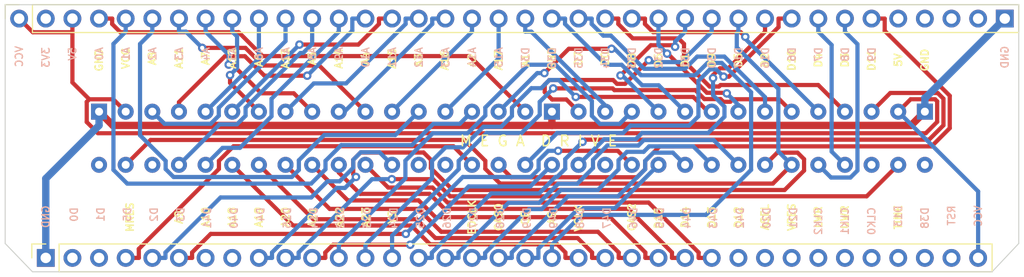
<source format=kicad_pcb>
(kicad_pcb (version 20221018) (generator pcbnew)
  (title_block (title "OSCR MEGADRIVE ADAPTER") (date "2021-11-22") (rev "V2"))
  (layers (0 "F.Cu" signal) (31 "B.Cu" signal) (34 "B.Paste" user) (35 "F.Paste" user) (36 "B.SilkS" user "B.Silkscreen") (37 "F.SilkS" user "F.Silkscreen") (38 "B.Mask" user) (39 "F.Mask" user) (44 "Edge.Cuts" user))
  (net 0 "")
  (net 1 "D50")
  (net 2 "D51")
  (net 3 "D28")
  (net 4 "D52")
  (net 5 "D26")
  (net 6 "D27")
  (net 7 "D24")
  (net 8 "D25")
  (net 9 "D22")
  (net 10 "D23")
  (net 11 "D53")
  (net 12 "+3V3")
  (net 13 "D9")
  (net 14 "D8")
  (net 15 "D7")
  (net 16 "D6")
  (net 17 "D16")
  (net 18 "D17")
  (net 19 "D30")
  (net 20 "D31")
  (net 21 "D32")
  (net 22 "D33")
  (net 23 "D34")
  (net 24 "D36")
  (net 25 "D37")
  (net 26 "VCC")
  (net 27 "D0")
  (net 28 "D1")
  (net 29 "D5")
  (net 30 "D2")
  (net 31 "D3")
  (net 32 "GND")
  (net 33 "D46")
  (net 34 "D47")
  (net 35 "D44")
  (net 36 "D45")
  (net 37 "D42")
  (net 38 "D43")
  (net 39 "D41")
  (net 40 "D40")
  (net 41 "D4")
  (net 42 "D15")
  (net 43 "D14")
  (net 44 "D29")
  (net 45 "D20")
  (net 46 "D21")
  (net 47 "A14")
  (net 48 "A15")
  (net 49 "A12")
  (net 50 "A13")
  (net 51 "A10")
  (net 52 "A11")
  (net 53 "A8")
  (net 54 "A9")
  (net 55 "A6")
  (net 56 "A7")
  (net 57 "A4")
  (net 58 "A5")
  (net 59 "A2")
  (net 60 "A3")
  (net 61 "A0")
  (net 62 "A1")
  (net 63 "D35")
  (net 64 "CLK2")
  (net 65 "CLK1")
  (net 66 "D13")
  (net 67 "D38")
  (net 68 "D49")
  (net 69 "D48")
  (net 70 "RESET")
  (net 72 "CLK0")
  (footprint "Connector_PinSocket_2.54mm:PinSocket_1x36_P2.54mm_Vertical" (layer "F.Cu") (at 105.1 104.255 90)
    (fp_text reference "J2" hide)
    (fp_text value "CART SLOT BOTTOM ROW" hide)
  )
  (footprint "Connector_PinSocket_2.54mm:PinSocket_1x38_P2.54mm_Vertical" (layer "F.Cu") (at 102.56 81.395 90)
    (fp_text reference "J1" hide)
    (fp_text value "CART SLOT TOP ROW" hide)
  )
  (footprint "!sanni:MD_Slot" (layer "F.Cu") (at 149.55 92.825 90)
    (fp_text reference "U1" hide)
    (fp_text value "MD_Slot" hide)
  )
  (gr_line (start 101.23 80.07) (end 101.23 102.88) (stroke (width 0.1)) (layer "Edge.Cuts"))
  (gr_line (start 197.87 80.07) (end 101.23 80.07) (stroke (width 0.1)) (layer "Edge.Cuts"))
  (gr_line (start 195.33 105.58) (end 197.87 102.88) (stroke (width 0.1)) (layer "Edge.Cuts"))
  (gr_line (start 103.83 105.58) (end 195.33 105.58) (stroke (width 0.1)) (layer "Edge.Cuts"))
  (gr_line (start 197.87 102.88) (end 197.87 80.07) (stroke (width 0.1)) (layer "Edge.Cuts"))
  (gr_line (start 101.23 102.88) (end 103.83 105.58) (stroke (width 0.1)) (layer "Edge.Cuts"))
  (gr_text "D43" (at 168.76 99.345 90) (layer "B.SilkS") (effects (font (size 0.7 0.7) (thickness 0.125)) (justify left mirror)))
  (gr_text "D3" (at 117.96 99.345 90) (layer "B.SilkS") (effects (font (size 0.7 0.7) (thickness 0.125)) (justify left mirror)))
  (gr_text "D1" (at 110.34 99.345 90) (layer "B.SilkS") (effects (font (size 0.7 0.7) (thickness 0.125)) (justify left mirror)))
  (gr_text "D9" (at 183.86 84.055 90) (layer "B.SilkS") (effects (font (size 0.7 0.7) (thickness 0.125)) (justify left mirror)))
  (gr_text "A6" (at 125.44 84.055 90) (layer "B.SilkS") (effects (font (size 0.7 0.7) (thickness 0.125)) (justify left mirror)))
  (gr_text "D48" (at 156.06 99.345 90) (layer "B.SilkS") (effects (font (size 0.7 0.7) (thickness 0.125)) (justify left mirror)))
  (gr_text "VCC" (at 194 99.175 90) (layer "B.SilkS") (effects (font (size 0.7 0.7) (thickness 0.125)) (justify left mirror)))
  (gr_text "A4" (at 120.36 84.055 90) (layer "B.SilkS") (effects (font (size 0.7 0.7) (thickness 0.125)) (justify left mirror)))
  (gr_text "A2" (at 115.28 84.055 90) (layer "B.SilkS") (effects (font (size 0.7 0.7) (thickness 0.125)) (justify left mirror)))
  (gr_text "D31" (at 166.08 84.055 90) (layer "B.SilkS") (effects (font (size 0.7 0.7) (thickness 0.125)) (justify left mirror)))
  (gr_text "D23" (at 135.74 99.345 90) (layer "B.SilkS") (effects (font (size 0.7 0.7) (thickness 0.125)) (justify left mirror)))
  (gr_text "D7" (at 178.78 84.055 90) (layer "B.SilkS") (effects (font (size 0.7 0.7) (thickness 0.125)) (justify left mirror)))
  (gr_text "D49" (at 153.52 99.345 90) (layer "B.SilkS") (effects (font (size 0.7 0.7) (thickness 0.125)) (justify left mirror)))
  (gr_text "D38" (at 188.92 99.345 90) (layer "B.SilkS") (effects (font (size 0.7 0.7) (thickness 0.125)) (justify left mirror)))
  (gr_text "A10" (at 135.6 84.055 90) (layer "B.SilkS") (effects (font (size 0.7 0.7) (thickness 0.125)) (justify left mirror)))
  (gr_text "D37" (at 150.84 84.055 90) (layer "B.SilkS") (effects (font (size 0.7 0.7) (thickness 0.125)) (justify left mirror)))
  (gr_text "D4" (at 125.58 99.345 90) (layer "B.SilkS") (effects (font (size 0.7 0.7) (thickness 0.125)) (justify left mirror)))
  (gr_text "D32" (at 163.54 84.055 90) (layer "B.SilkS") (effects (font (size 0.7 0.7) (thickness 0.125)) (justify left mirror)))
  (gr_text "D8" (at 181.32 84.055 90) (layer "B.SilkS") (effects (font (size 0.7 0.7) (thickness 0.125)) (justify left mirror)))
  (gr_text "D30" (at 168.62 84.055 90) (layer "B.SilkS") (effects (font (size 0.7 0.7) (thickness 0.125)) (justify left mirror)))
  (gr_text "D29" (at 150.98 99.345 90) (layer "B.SilkS") (effects (font (size 0.7 0.7) (thickness 0.125)) (justify left mirror)))
  (gr_text "RST" (at 191.46 99.175 90) (layer "B.SilkS") (effects (font (size 0.7 0.7) (thickness 0.125)) (justify left mirror)))
  (gr_text "A14" (at 145.76 84.055 90) (layer "B.SilkS") (effects (font (size 0.7 0.7) (thickness 0.125)) (justify left mirror)))
  (gr_text "D2" (at 115.42 99.345 90) (layer "B.SilkS") (effects (font (size 0.7 0.7) (thickness 0.125)) (justify left mirror)))
  (gr_text "CLK2" (at 178.76 99.345 90) (layer "B.SilkS") (effects (font (size 0.7 0.7) (thickness 0.125)) (justify left mirror)))
  (gr_text "D14" (at 130.66 99.345 90) (layer "B.SilkS") (effects (font (size 0.7 0.7) (thickness 0.125)) (justify left mirror)))
  (gr_text "3V3" (at 105.1 84.055 90) (layer "B.SilkS") (effects (font (size 0.7 0.7) (thickness 0.125)) (justify left mirror)))
  (gr_text "D47" (at 158.6 99.345 90) (layer "B.SilkS") (effects (font (size 0.7 0.7) (thickness 0.125)) (justify left mirror)))
  (gr_text "D6" (at 176.24 84.055 90) (layer "B.SilkS") (effects (font (size 0.7 0.7) (thickness 0.125)) (justify left mirror)))
  (gr_text "A0" (at 110.2 84.055 90) (layer "B.SilkS") (effects (font (size 0.7 0.7) (thickness 0.125)) (justify left mirror)))
  (gr_text "D40" (at 123.04 99.345 90) (layer "B.SilkS") (effects (font (size 0.7 0.7) (thickness 0.125)) (justify left mirror)))
  (gr_text "A5" (at 122.9 84.055 90) (layer "B.SilkS") (effects (font (size 0.7 0.7) (thickness 0.125)) (justify left mirror)))
  (gr_text "CLK1" (at 181.3 99.345 90) (layer "B.SilkS") (effects (font (size 0.7 0.7) (thickness 0.125)) (justify left mirror)))
  (gr_text "A1" (at 112.74 84.055 90) (layer "B.SilkS") (effects (font (size 0.7 0.7) (thickness 0.125)) (justify left mirror)))
  (gr_text "D24" (at 138.28 99.345 90) (layer "B.SilkS") (effects (font (size 0.7 0.7) (thickness 0.125)) (justify left mirror)))
  (gr_text "D44" (at 166.22 99.345 90) (layer "B.SilkS") (effects (font (size 0.7 0.7) (thickness 0.125)) (justify left mirror)))
  (gr_text "D22" (at 133.2 99.345 90) (layer "B.SilkS") (effects (font (size 0.7 0.7) (thickness 0.125)) (justify left mirror)))
  (gr_text "A12" (at 140.68 84.055 90) (layer "B.SilkS") (effects (font (size 0.7 0.7) (thickness 0.125)) (justify left mirror)))
  (gr_text "D26" (at 143.36 99.345 90) (layer "B.SilkS") (effects (font (size 0.7 0.7) (thickness 0.125)) (justify left mirror)))
  (gr_text "D42" (at 171.3 99.345 90) (layer "B.SilkS") (effects (font (size 0.7 0.7) (thickness 0.125)) (justify left mirror)))
  (gr_text "VCC" (at 102.56 83.935 90) (layer "B.SilkS") (effects (font (size 0.7 0.7) (thickness 0.125)) (justify left mirror)))
  (gr_text "D5" (at 112.88 99.345 90) (layer "B.SilkS") (effects (font (size 0.7 0.7) (thickness 0.125)) (justify left mirror)))
  (gr_text "A3" (at 117.82 84.055 90) (layer "B.SilkS") (effects (font (size 0.7 0.7) (thickness 0.125)) (justify left mirror)))
  (gr_text "D36" (at 153.38 84.055 90) (layer "B.SilkS") (effects (font (size 0.7 0.7) (thickness 0.125)) (justify left mirror)))
  (gr_text "D33" (at 161 84.055 90) (layer "B.SilkS") (effects (font (size 0.7 0.7) (thickness 0.125)) (justify left mirror)))
  (gr_text "D34" (at 158.46 84.055 90) (layer "B.SilkS") (effects (font (size 0.7 0.7) (thickness 0.125)) (justify left mirror)))
  (gr_text "D15" (at 128.12 99.345 90) (layer "B.SilkS") (effects (font (size 0.7 0.7) (thickness 0.125)) (justify left mirror)))
  (gr_text "GND" (at 105.1 99.175 90) (layer "B.SilkS") (effects (font (size 0.7 0.7) (thickness 0.125)) (justify left mirror)))
  (gr_text "D28" (at 148.44 99.345 90) (layer "B.SilkS") (effects (font (size 0.7 0.7) (thickness 0.125)) (justify left mirror)))
  (gr_text "D21" (at 176.38 99.345 90) (layer "B.SilkS") (effects (font (size 0.7 0.7) (thickness 0.125)) (justify left mirror)))
  (gr_text "CLK0" (at 183.84 99.345 90) (layer "B.SilkS") (effects (font (size 0.7 0.7) (thickness 0.125)) (justify left mirror)))
  (gr_text "D17" (at 171.16 84.055 90) (layer "B.SilkS") (effects (font (size 0.7 0.7) (thickness 0.125)) (justify left mirror)))
  (gr_text "D41" (at 120.5 99.345 90) (layer "B.SilkS") (effects (font (size 0.7 0.7) (thickness 0.125)) (justify left mirror)))
  (gr_text "A9" (at 133.06 84.055 90) (layer "B.SilkS") (effects (font (size 0.7 0.7) (thickness 0.125)) (justify left mirror)))
  (gr_text "A7" (at 127.98 84.055 90) (layer "B.SilkS") (effects (font (size 0.7 0.7) (thickness 0.125)) (justify left mirror)))
  (gr_text "D27" (at 145.9 99.345 90) (layer "B.SilkS") (effects (font (size 0.7 0.7) (thickness 0.125)) (justify left mirror)))
  (gr_text "GND" (at 196.54 83.935 90) (layer "B.SilkS") (effects (font (size 0.7 0.7) (thickness 0.125)) (justify left mirror)))
  (gr_text "A8" (at 130.52 84.055 90) (layer "B.SilkS") (effects (font (size 0.7 0.7) (thickness 0.125)) (justify left mirror)))
  (gr_text "D46" (at 161.14 99.345 90) (layer "B.SilkS") (effects (font (size 0.7 0.7) (thickness 0.125)) (justify left mirror)))
  (gr_text "A11" (at 138.14 84.055 90) (layer "B.SilkS") (effects (font (size 0.7 0.7) (thickness 0.125)) (justify left mirror)))
  (gr_text "D20" (at 173.84 99.345 90) (layer "B.SilkS") (effects (font (size 0.7 0.7) (thickness 0.125)) (justify left mirror)))
  (gr_text "A13" (at 143.22 84.055 90) (layer "B.SilkS") (effects (font (size 0.7 0.7) (thickness 0.125)) (justify left mirror)))
  (gr_text "D16" (at 173.7 84.055 90) (layer "B.SilkS") (effects (font (size 0.7 0.7) (thickness 0.125)) (justify left mirror)))
  (gr_text "D13" (at 186.38 99.175 90) (layer "B.SilkS") (effects (font (size 0.7 0.7) (thickness 0.125)) (justify left mirror)))
  (gr_text "A15" (at 148.3 84.055 90) (layer "B.SilkS") (effects (font (size 0.7 0.7) (thickness 0.125)) (justify left mirror)))
  (gr_text "D25" (at 140.82 99.345 90) (layer "B.SilkS") (effects (font (size 0.7 0.7) (thickness 0.125)) (justify left mirror)))
  (gr_text "D45" (at 163.68 99.345 90) (layer "B.SilkS") (effects (font (size 0.7 0.7) (thickness 0.125)) (justify left mirror)))
  (gr_text "5V" (at 107.64 84.055 90) (layer "B.SilkS") (effects (font (size 0.7 0.7) (thickness 0.125)) (justify left mirror)))
  (gr_text "D0" (at 107.8 99.345 90) (layer "B.SilkS") (effects (font (size 0.7 0.7) (thickness 0.125)) (justify left mirror)))
  (gr_text "D35" (at 155.92 84.055 90) (layer "B.SilkS") (effects (font (size 0.7 0.7) (thickness 0.125)) (justify left mirror)))
  (gr_text "A3" (at 140.66 85.365 90) (layer "F.SilkS") (effects (font (size 0.7 0.7))))
  (gr_text "D11" (at 183.84 85.365 90) (layer "F.SilkS") (effects (font (size 0.7 0.7))))
  (gr_text "D5" (at 171.14 85.365 90) (layer "F.SilkS") (effects (font (size 0.7 0.7))))
  (gr_text "A9\n" (at 117.8 100.364999 90) (layer "F.SilkS") (effects (font (size 0.7 0.7))))
  (gr_text "A18" (at 122.88 100.364999 90) (layer "F.SilkS") (effects (font (size 0.7 0.7))))
  (gr_text "EDCLK\n" (at 145.74 100.365 90) (layer "F.SilkS") (effects (font (size 0.7 0.7))))
  (gr_text "GND" (at 188.92 85.357444 90) (layer "F.SilkS") (effects (font (size 0.7 0.7))))
  (gr_text "D3" (at 181.3 85.365 90) (layer "F.SilkS") (effects (font (size 0.7 0.7))))
  (gr_text "A20" (at 127.96 100.364999 90) (layer "F.SilkS") (effects (font (size 0.7 0.7))))
  (gr_text "LWR" (at 178.76 100.365 90) (layer "F.SilkS") (effects (font (size 0.7 0.7))))
  (gr_text "D7" (at 155.9 85.205 90) (layer "F.SilkS") (effects (font (size 0.7 0.7))))
  (gr_text "CE" (at 150.82 100.445 90) (layer "F.SilkS") (effects (font (size 0.7 0.7))))
  (gr_text "A7" (at 120.34 85.205 90) (layer "F.SilkS") (effects (font (size 0.7 0.7))))
  (gr_text "ASEL" (at 173.68 100.365 90) (layer "F.SilkS") (effects (font (size 0.7 0.7))))
  (gr_text "A23" (at 135.63 100.364999 90) (layer "F.SilkS") (effects (font (size 0.7 0.7))))
  (gr_text "D10" (at 176.22 85.365 90) (layer "F.SilkS") (effects (font (size 0.7 0.7))))
  (gr_text "GND" (at 110.18 85.365 90) (layer "F.SilkS") (effects (font (size 0.7 0.7))))
  (gr_text "A8" (at 115.26 85.205 90) (layer "F.SilkS") (effects (font (size 0.7 0.7))))
  (gr_text "TIME" (at 186.38 100.365 90) (layer "F.SilkS") (effects (font (size 0.7 0.7))))
  (gr_text "D14\n" (at 166.06 100.365 90) (layer "F.SilkS") (effects (font (size 0.7 0.7))))
  (gr_text "D1" (at 166.06 85.365 90) (layer "F.SilkS") (effects (font (size 0.7 0.7))))
  (gr_text "A11" (at 117.8 85.205 90) (layer "F.SilkS") (effects (font (size 0.7 0.7))))
  (gr_text "A2" (at 145.74 85.365 90) (layer "F.SilkS") (effects (font (size 0.7 0.7))))
  (gr_text "MRES" (at 113.13 100.364999 90) (layer "F.SilkS") (effects (font (size 0.7 0.7))))
  (gr_text "VCLK\n" (at 155.9 100.445 90) (layer "F.SilkS") (effects (font (size 0.7 0.7))))
  (gr_text "AS" (at 153.36 100.445 90) (layer "F.SilkS") (effects (font (size 0.7 0.7))))
  (gr_text "A6" (at 125.42 85.365 90) (layer "F.SilkS") (effects (font (size 0.7 0.7))))
  (gr_text "UWR" (at 181.3 100.365 90) (layer "F.SilkS") (effects (font (size 0.7 0.7))))
  (gr_text "VCC" (at 112.72 85.205 90) (layer "F.SilkS") (effects (font (size 0.7 0.7))))
  (gr_text "D8" (at 160.98 85.365 90) (layer "F.SilkS") (effects (font (size 0.7 0.7))))
  (gr_text "A15" (at 138.13 85.205 90) (layer "F.SilkS") (effects (font (size 0.7 0.7))))
  (gr_text "A4" (at 135.58 85.205 90) (layer "F.SilkS") (effects (font (size 0.7 0.7))))
  (gr_text "A16" (at 143.13 85.365 90) (layer "F.SilkS") (effects (font (size 0.7 0.7))))
  (gr_text "D2" (at 173.68 85.365 90) (layer "F.SilkS") (effects (font (size 0.7 0.7))))
  (gr_text "VRES" (at 176.22 100.365 90) (layer "F.SilkS") (effects (font (size 0.7 0.7))))
  (gr_text "GND" (at 153.36 85.205 90) (layer "F.SilkS") (effects (font (size 0.7 0.7))))
  (gr_text "A12" (at 122.88 85.205 90) (layer "F.SilkS") (effects (font (size 0.7 0.7))))
  (gr_text "D4" (at 178.76 85.365 90) (layer "F.SilkS") (effects (font (size 0.7 0.7))))
  (gr_text "A21" (at 130.5 100.364999 90) (layer "F.SilkS") (effects (font (size 0.7 0.7))))
  (gr_text "D6" (at 163.52 85.365 90) (layer "F.SilkS") (effects (font (size 0.7 0.7))))
  (gr_text "D9" (at 168.6 85.365 90) (layer "F.SilkS") (effects (font (size 0.7 0.7))))
  (gr_text "D0" (at 158.44 85.205 90) (layer "F.SilkS") (effects (font (size 0.7 0.7))))
  (gr_text "A1" (at 150.85 85.365 90) (layer "F.SilkS") (effects (font (size 0.7 0.7))))
  (gr_text "CAS2" (at 160.98 100.365 90) (layer "F.SilkS") (effects (font (size 0.7 0.7))))
  (gr_text "M E G A  D R I V E" (at 152.09 93.08) (layer "F.SilkS") (effects (font (size 1 1))))
  (gr_text "A10" (at 120.34 100.364999 90) (layer "F.SilkS") (effects (font (size 0.7 0.7))))
  (gr_text "A5" (at 130.5 85.205 90) (layer "F.SilkS") (effects (font (size 0.7 0.7))))
  (gr_text "A19\n" (at 125.42 100.364999 90) (layer "F.SilkS") (effects (font (size 0.7 0.7))))
  (gr_text "A17" (at 148.28 85.365 90) (layer "F.SilkS") (effects (font (size 0.7 0.7))))
  (gr_text "D13" (at 168.6 100.365 90) (layer "F.SilkS") (effects (font (size 0.7 0.7))))
  (gr_text "5V" (at 186.38 85.357444 90) (layer "F.SilkS") (effects (font (size 0.7 0.7))))
  (gr_text "A14\n" (at 133.04 85.205 90) (layer "F.SilkS") (effects (font (size 0.7 0.7))))
  (gr_text "D12" (at 171.14 100.365 90) (layer "F.SilkS") (effects (font (size 0.7 0.7))))
  (gr_text "YS" (at 138.13 100.364999 90) (layer "F.SilkS") (effects (font (size 0.7 0.7))))
  (gr_text "CAS0\n" (at 148.28 100.365 90) (layer "F.SilkS") (effects (font (size 0.7 0.7))))
  (gr_text "A22" (at 133.13 100.364999 90) (layer "F.SilkS") (effects (font (size 0.7 0.7))))
  (gr_text "D15" (at 163.52 100.445 90) (layer "F.SilkS") (effects (font (size 0.7 0.7))))
  (gr_text "A13" (at 127.96 85.205 90) (layer "F.SilkS") (effects (font (size 0.7 0.7))))
  (segment (start 162.25 95.7859) (end 159.6558 98.3801) (width 0.4) (layer "B.Cu") (net 3))
  (segment (start 154.8871 98.3801) (end 149.5303 103.7369) (width 0.4) (layer "B.Cu") (net 3))
  (segment (start 162.25 94.9911) (end 162.25 95.7859) (width 0.4) (layer "B.Cu") (net 3))
  (segment (start 148.28 104.255) (end 149.5303 104.255) (width 0.4) (layer "B.Cu") (net 3))
  (segment (start 163.0385 94.2026) (end 162.25 94.9911) (width 0.4) (layer "B.Cu") (net 3))
  (segment (start 164.8976 94.2026) (end 163.0385 94.2026) (width 0.4) (layer "B.Cu") (net 3))
  (segment (start 166.06 95.365) (end 164.8976 94.2026) (width 0.4) (layer "B.Cu") (net 3))
  (segment (start 159.6558 98.3801) (end 154.8871 98.3801) (width 0.4) (layer "B.Cu") (net 3))
  (segment (start 149.5303 103.7369) (end 149.5303 104.255) (width 0.4) (layer "B.Cu") (net 3))
  (segment (start 157.2776 95.6726) (end 157.2776 94.8835) (width 0.4) (layer "B.Cu") (net 5))
  (segment (start 153.9651 97.1701) (end 155.7801 97.1701) (width 0.4) (layer "B.Cu") (net 5))
  (segment (start 157.2776 94.8835) (end 158.6387 93.5224) (width 0.4) (layer "B.Cu") (net 5))
  (segment (start 168.7721 92.9971) (end 171.14 95.365) (width 0.4) (layer "B.Cu") (net 5))
  (segment (start 152.1415 98.9937) (end 153.9651 97.1701) (width 0.4) (layer "B.Cu") (net 5))
  (segment (start 143.2 104.255) (end 144.4503 104.255) (width 0.4) (layer "B.Cu") (net 5))
  (segment (start 158.6387 93.5224) (end 161.6 93.5224) (width 0.4) (layer "B.Cu") (net 5))
  (segment (start 144.4503 103.7581) (end 149.2147 98.9937) (width 0.4) (layer "B.Cu") (net 5))
  (segment (start 155.7801 97.1701) (end 157.2776 95.6726) (width 0.4) (layer "B.Cu") (net 5))
  (segment (start 162.1253 92.9971) (end 168.7721 92.9971) (width 0.4) (layer "B.Cu") (net 5))
  (segment (start 144.4503 104.255) (end 144.4503 103.7581) (width 0.4) (layer "B.Cu") (net 5))
  (segment (start 149.2147 98.9937) (end 152.1415 98.9937) (width 0.4) (layer "B.Cu") (net 5))
  (segment (start 161.6 93.5224) (end 162.1253 92.9971) (width 0.4) (layer "B.Cu") (net 5))
  (segment (start 157.7398 97.7705) (end 159.71 95.8003) (width 0.4) (layer "B.Cu") (net 6))
  (segment (start 159.71 95.8003) (end 159.71 94.9253) (width 0.4) (layer "B.Cu") (net 6))
  (segment (start 166.8372 93.6022) (end 168.6 95.365) (width 0.4) (layer "B.Cu") (net 6))
  (segment (start 146.9903 103.7765) (end 151.1728 99.594) (width 0.4) (layer "B.Cu") (net 6))
  (segment (start 145.74 104.255) (end 146.9903 104.255) (width 0.4) (layer "B.Cu") (net 6))
  (segment (start 154.2136 97.7705) (end 157.7398 97.7705) (width 0.4) (layer "B.Cu") (net 6))
  (segment (start 146.9903 104.255) (end 146.9903 103.7765) (width 0.4) (layer "B.Cu") (net 6))
  (segment (start 162.1091 94.1228) (end 162.6297 93.6022) (width 0.4) (layer "B.Cu") (net 6))
  (segment (start 160.5125 94.1228) (end 162.1091 94.1228) (width 0.4) (layer "B.Cu") (net 6))
  (segment (start 159.71 94.9253) (end 160.5125 94.1228) (width 0.4) (layer "B.Cu") (net 6))
  (segment (start 152.3901 99.594) (end 154.2136 97.7705) (width 0.4) (layer "B.Cu") (net 6))
  (segment (start 162.6297 93.6022) (end 166.8372 93.6022) (width 0.4) (layer "B.Cu") (net 6))
  (segment (start 151.1728 99.594) (end 152.3901 99.594) (width 0.4) (layer "B.Cu") (net 6))
  (segment (start 167.8947 89.0845) (end 169.4482 89.0845) (width 0.4) (layer "F.Cu") (net 7))
  (segment (start 175.0351 89.1001) (end 176.22 90.285) (width 0.4) (layer "F.Cu") (net 7))
  (segment (start 153.4796 88.0647) (end 159.1531 88.0647) (width 0.4) (layer "F.Cu") (net 7))
  (segment (start 170.3685 89.3419) (end 170.6103 89.1001) (width 0.4) (layer "F.Cu") (net 7))
  (segment (start 167.0403 88.2301) (end 167.8947 89.0845) (width 0.4) (layer "F.Cu") (net 7))
  (segment (start 159.1531 88.0647) (end 159.3185 88.2301) (width 0.4) (layer "F.Cu") (net 7))
  (segment (start 170.6103 89.1001) (end 175.0351 89.1001) (width 0.4) (layer "F.Cu") (net 7))
  (segment (start 169.7056 89.3419) (end 170.3685 89.3419) (width 0.4) (layer "F.Cu") (net 7))
  (segment (start 159.3185 88.2301) (end 167.0403 88.2301) (width 0.4) (layer "F.Cu") (net 7))
  (segment (start 169.4482 89.0845) (end 169.7056 89.3419) (width 0.4) (layer "F.Cu") (net 7))
  (via (at 153.4796 88.0647) (size 0.8) (drill 0.4) (layers "F.Cu" "B.Cu") (net 7))
  (segment (start 144.47 95.7814) (end 138.12 102.1314) (width 0.4) (layer "B.Cu") (net 7))
  (segment (start 153.4796 88.0647) (end 152.1976 89.3467) (width 0.4) (layer "B.Cu") (net 7))
  (segment (start 152.1976 89.3467) (end 152.1976 90.5926) (width 0.4) (layer "B.Cu") (net 7))
  (segment (start 152.1976 90.5926) (end 150.4642 92.326) (width 0.4) (layer "B.Cu") (net 7))
  (segment (start 144.47 94.9913) (end 144.47 95.7814) (width 0.4) (layer "B.Cu") (net 7))
  (segment (start 138.12 102.1314) (end 138.12 104.255) (width 0.4) (layer "B.Cu") (net 7))
  (segment (start 150.4642 92.326) (end 147.1353 92.326) (width 0.4) (layer "B.Cu") (net 7))
  (segment (start 147.1353 92.326) (end 144.47 94.9913) (width 0.4) (layer "B.Cu") (net 7))
  (segment (start 156.49 92.9581) (end 189.3215 92.9581) (width 0.4) (layer "F.Cu") (net 8))
  (segment (start 190.6925 91.5871) (end 190.6925 89.0508) (width 0.4) (layer "F.Cu") (net 8))
  (segment (start 190.6925 89.0508) (end 190.1421 88.5004) (width 0.4) (layer "F.Cu") (net 8))
  (segment (start 189.3215 92.9581) (end 190.6925 91.5871) (width 0.4) (layer "F.Cu") (net 8))
  (segment (start 190.1421 88.5004) (end 185.6246 88.5004) (width 0.4) (layer "F.Cu") (net 8))
  (segment (start 156.2798 93.1683) (end 156.49 92.9581) (width 0.4) (layer "F.Cu") (net 8))
  (segment (start 185.6246 88.5004) (end 183.84 90.285) (width 0.4) (layer "F.Cu") (net 8))
  (via (at 156.2798 93.1683) (size 0.8) (drill 0.4) (layers "F.Cu" "B.Cu") (net 8))
  (segment (start 147.5737 98.0932) (end 152.1373 98.0932) (width 0.4) (layer "B.Cu") (net 8))
  (segment (start 140.66 104.255) (end 141.9103 104.255) (width 0.4) (layer "B.Cu") (net 8))
  (segment (start 152.1373 98.0932) (end 153.7031 96.5274) (width 0.4) (layer "B.Cu") (net 8))
  (segment (start 141.9103 104.255) (end 141.9103 103.7566) (width 0.4) (layer "B.Cu") (net 8))
  (segment (start 153.7031 96.5274) (end 153.8449 96.5274) (width 0.4) (layer "B.Cu") (net 8))
  (segment (start 153.8449 96.5274) (end 154.63 95.7423) (width 0.4) (layer "B.Cu") (net 8))
  (segment (start 154.63 94.8181) (end 156.2798 93.1683) (width 0.4) (layer "B.Cu") (net 8))
  (segment (start 154.63 95.7423) (end 154.63 94.8181) (width 0.4) (layer "B.Cu") (net 8))
  (segment (start 141.9103 103.7566) (end 147.5737 98.0932) (width 0.4) (layer "B.Cu") (net 8))
  (segment (start 157.17 89.2781) (end 157.17 90.6887) (width 0.4) (layer "B.Cu") (net 9))
  (segment (start 139.39 96.6547) (end 139.39 94.9621) (width 0.4) (layer "B.Cu") (net 9))
  (segment (start 142.0042 92.3479) (end 145.321 92.3479) (width 0.4) (layer "B.Cu") (net 9))
  (segment (start 153.6937 85.8018) (end 157.17 89.2781) (width 0.4) (layer "B.Cu") (net 9))
  (segment (start 139.39 94.9621) (end 142.0042 92.3479) (width 0.4) (layer "B.Cu") (net 9))
  (segment (start 133.04 104.255) (end 133.04 103.0047) (width 0.4) (layer "B.Cu") (net 9))
  (segment (start 133.04 103.0047) (end 139.39 96.6547) (width 0.4) (layer "B.Cu") (net 9))
  (segment (start 147.01 90.6589) (end 147.01 89.8853) (width 0.4) (layer "B.Cu") (net 9))
  (segment (start 147.01 89.8853) (end 151.0935 85.8018) (width 0.4) (layer "B.Cu") (net 9))
  (segment (start 151.0935 85.8018) (end 153.6937 85.8018) (width 0.4) (layer "B.Cu") (net 9))
  (segment (start 145.321 92.3479) (end 147.01 90.6589) (width 0.4) (layer "B.Cu") (net 9))
  (segment (start 157.17 90.6887) (end 157.9363 91.455) (width 0.4) (layer "B.Cu") (net 9))
  (segment (start 159.81 91.455) (end 160.98 90.285) (width 0.4) (layer "B.Cu") (net 9))
  (segment (start 157.9363 91.455) (end 159.81 91.455) (width 0.4) (layer "B.Cu") (net 9))
  (segment (start 168.2463 90.285) (end 168.6 90.285) (width 0.4) (layer "F.Cu") (net 10))
  (segment (start 166.8408 88.8795) (end 168.2463 90.285) (width 0.4) (layer "F.Cu") (net 10))
  (segment (start 155.6312 88.8795) (end 166.8408 88.8795) (width 0.4) (layer "F.Cu") (net 10))
  (via (at 155.6312 88.8795) (size 0.8) (drill 0.4) (layers "F.Cu" "B.Cu") (net 10))
  (segment (start 151.3997 88.0453) (end 152.3351 88.0453) (width 0.4) (layer "B.Cu") (net 10))
  (segment (start 148.5249 91.7256) (end 149.55 90.7005) (width 0.4) (layer "B.Cu") (net 10))
  (segment (start 154.013 87.2613) (end 155.6312 88.8795) (width 0.4) (layer "B.Cu") (net 10))
  (segment (start 135.58 103.0047) (end 141.93 96.6547) (width 0.4) (layer "B.Cu") (net 10))
  (segment (start 149.55 89.895) (end 151.3997 88.0453) (width 0.4) (layer "B.Cu") (net 10))
  (segment (start 141.93 94.9872) (end 143.2256 93.6916) (width 0.4) (layer "B.Cu") (net 10))
  (segment (start 141.93 96.6547) (end 141.93 94.9872) (width 0.4) (layer "B.Cu") (net 10))
  (segment (start 153.1191 87.2613) (end 154.013 87.2613) (width 0.4) (layer "B.Cu") (net 10))
  (segment (start 149.55 90.7005) (end 149.55 89.895) (width 0.4) (layer "B.Cu") (net 10))
  (segment (start 135.58 104.255) (end 135.58 103.0047) (width 0.4) (layer "B.Cu") (net 10))
  (segment (start 143.2256 93.6916) (end 144.8712 93.6916) (width 0.4) (layer "B.Cu") (net 10))
  (segment (start 152.3351 88.0453) (end 153.1191 87.2613) (width 0.4) (layer "B.Cu") (net 10))
  (segment (start 146.8372 91.7256) (end 148.5249 91.7256) (width 0.4) (layer "B.Cu") (net 10))
  (segment (start 144.8712 93.6916) (end 146.8372 91.7256) (width 0.4) (layer "B.Cu") (net 10))
  (segment (start 149.4683 96.5533) (end 161.4745 96.5533) (width 0.4) (layer "F.Cu") (net 13))
  (segment (start 162.25 94.9901) (end 163.6378 93.6023) (width 0.4) (layer "F.Cu") (net 13))
  (segment (start 189.5533 93.6023) (end 191.2928 91.8628) (width 0.4) (layer "F.Cu") (net 13))
  (segment (start 191.2928 91.8628) (end 191.2928 88.7647) (width 0.4) (layer "F.Cu") (net 13))
  (segment (start 183.84 81.395) (end 185.0903 81.395) (width 0.4) (layer "F.Cu") (net 13))
  (segment (start 191.2928 88.7647) (end 185.0903 82.5622) (width 0.4) (layer "F.Cu") (net 13))
  (segment (start 162.25 95.7778) (end 162.25 94.9901) (width 0.4) (layer "F.Cu") (net 13))
  (segment (start 163.6378 93.6023) (end 189.5533 93.6023) (width 0.4) (layer "F.Cu") (net 13))
  (segment (start 161.4745 96.5533) (end 162.25 95.7778) (width 0.4) (layer "F.Cu") (net 13))
  (segment (start 148.28 95.365) (end 149.4683 96.5533) (width 0.4) (layer "F.Cu") (net 13))
  (segment (start 185.0903 82.5622) (end 185.0903 81.395) (width 0.4) (layer "F.Cu") (net 13))
  (segment (start 182.4938 83.8391) (end 181.3 82.6453) (width 0.4) (layer "B.Cu") (net 14))
  (segment (start 178.76 95.365) (end 179.9725 96.5775) (width 0.4) (layer "B.Cu") (net 14))
  (segment (start 182.4938 95.9081) (end 182.4938 83.8391) (width 0.4) (layer "B.Cu") (net 14))
  (segment (start 179.9725 96.5775) (end 181.8244 96.5775) (width 0.4) (layer "B.Cu") (net 14))
  (segment (start 181.8244 96.5775) (end 182.4938 95.9081) (width 0.4) (layer "B.Cu") (net 14))
  (segment (start 181.3 81.395) (end 181.3 82.6453) (width 0.4) (layer "B.Cu") (net 14))
  (segment (start 181.3 95.365) (end 180.03 94.095) (width 0.4) (layer "B.Cu") (net 15))
  (segment (start 180.03 83.9153) (end 178.76 82.6453) (width 0.4) (layer "B.Cu") (net 15))
  (segment (start 178.76 81.395) (end 178.76 82.6453) (width 0.4) (layer "B.Cu") (net 15))
  (segment (start 180.03 94.095) (end 180.03 83.9153) (width 0.4) (layer "B.Cu") (net 15))
  (segment (start 174.9697 81.395) (end 174.9697 82.2062) (width 0.4) (layer "F.Cu") (net 16))
  (segment (start 176.22 81.395) (end 174.9697 81.395) (width 0.4) (layer "F.Cu") (net 16))
  (segment (start 170.235 86.9409) (end 169.7237 86.9409) (width 0.4) (layer "F.Cu") (net 16))
  (segment (start 174.9697 82.2062) (end 170.235 86.9409) (width 0.4) (layer "F.Cu") (net 16))
  (via (at 169.7237 86.9409) (size 0.8) (drill 0.4) (layers "F.Cu" "B.Cu") (net 16))
  (segment (start 168.4243 86.2507) (end 169.0335 86.2507) (width 0.4) (layer "B.Cu") (net 16))
  (segment (start 150.82 95.365) (end 153.8634 92.3216) (width 0.4) (layer "B.Cu") (net 16))
  (segment (start 153.8634 92.3216) (end 160.1473 92.3216) (width 0.4) (layer "B.Cu") (net 16))
  (segment (start 167.33 87.345) (end 168.4243 86.2507) (width 0.4) (layer "B.Cu") (net 16))
  (segment (start 160.8551 91.6138) (end 166.4391 91.6138) (width 0.4) (layer "B.Cu") (net 16))
  (segment (start 167.33 90.7229) (end 167.33 87.345) (width 0.4) (layer "B.Cu") (net 16))
  (segment (start 160.1473 92.3216) (end 160.8551 91.6138) (width 0.4) (layer "B.Cu") (net 16))
  (segment (start 169.0335 86.2507) (end 169.7237 86.9409) (width 0.4) (layer "B.Cu") (net 16))
  (segment (start 166.4391 91.6138) (end 167.33 90.7229) (width 0.4) (layer "B.Cu") (net 16))
  (segment (start 170.1847 86.1406) (end 169.3729 86.1406) (width 0.4) (layer "F.Cu") (net 17))
  (segment (start 169.3729 86.1406) (end 168.7233 86.7902) (width 0.4) (layer "F.Cu") (net 17))
  (segment (start 173.68 82.6453) (end 170.1847 86.1406) (width 0.4) (layer "F.Cu") (net 17))
  (segment (start 168.7233 86.7902) (end 168.7233 87.0836) (width 0.4) (layer "F.Cu") (net 17))
  (segment (start 173.68 81.395) (end 173.68 82.6453) (width 0.4) (layer "F.Cu") (net 17))
  (via (at 168.7233 87.0836) (size 0.8) (drill 0.4) (layers "F.Cu" "B.Cu") (net 17))
  (segment (start 158.343 92.922) (end 161.3515 92.922) (width 0.4) (layer "B.Cu") (net 17))
  (segment (start 161.3515 92.922) (end 161.9517 92.3218) (width 0.4) (layer "B.Cu") (net 17))
  (segment (start 161.9517 92.3218) (end 168.2587 92.3218) (width 0.4) (layer "B.Cu") (net 17))
  (segment (start 169.8121 89.806) (end 168.7233 88.7172) (width 0.4) (layer "B.Cu") (net 17))
  (segment (start 168.7233 88.7172) (end 168.7233 87.0836) (width 0.4) (layer "B.Cu") (net 17))
  (segment (start 168.2587 92.3218) (end 169.8121 90.7684) (width 0.4) (layer "B.Cu") (net 17))
  (segment (start 155.9 95.365) (end 158.343 92.922) (width 0.4) (layer "B.Cu") (net 17))
  (segment (start 169.8121 90.7684) (end 169.8121 89.806) (width 0.4) (layer "B.Cu") (net 17))
  (segment (start 148.4153 97.1537) (end 147.01 95.7484) (width 0.4) (layer "F.Cu") (net 18))
  (segment (start 145.0162 92.9876) (end 115.0974 92.9876) (width 0.4) (layer "F.Cu") (net 18))
  (segment (start 176.22 95.365) (end 174.4313 97.1537) (width 0.4) (layer "F.Cu") (net 18))
  (segment (start 174.4313 97.1537) (end 148.4153 97.1537) (width 0.4) (layer "F.Cu") (net 18))
  (segment (start 115.0974 92.9876) (end 112.72 95.365) (width 0.4) (layer "F.Cu") (net 18))
  (segment (start 147.01 94.9814) (end 145.0162 92.9876) (width 0.4) (layer "F.Cu") (net 18))
  (segment (start 147.01 95.7484) (end 147.01 94.9814) (width 0.4) (layer "F.Cu") (net 18))
  (segment (start 171.14 81.395) (end 171.14 82.6453) (width 0.4) (layer "B.Cu") (net 18))
  (segment (start 174.95 94.095) (end 174.95 88.1081) (width 0.4) (layer "B.Cu") (net 18))
  (segment (start 170.9861 82.7992) (end 171.14 82.6453) (width 0.4) (layer "B.Cu") (net 18))
  (segment (start 176.22 95.365) (end 174.95 94.095) (width 0.4) (layer "B.Cu") (net 18))
  (segment (start 174.95 88.1081) (end 170.9861 84.1442) (width 0.4) (layer "B.Cu") (net 18))
  (segment (start 170.9861 84.1442) (end 170.9861 82.7992) (width 0.4) (layer "B.Cu") (net 18))
  (segment (start 153.3757 89.1226) (end 152.6769 88.4238) (width 0.4) (layer "F.Cu") (net 19))
  (segment (start 153.1192 87.2612) (end 159.1985 87.2612) (width 0.4) (layer "F.Cu") (net 19))
  (segment (start 159.5671 87.6298) (end 160.333 87.6298) (width 0.4) (layer "F.Cu") (net 19))
  (segment (start 159.1985 87.2612) (end 159.5671 87.6298) (width 0.4) (layer "F.Cu") (net 19))
  (segment (start 152.6769 88.4238) (end 152.6769 87.7035) (width 0.4) (layer "F.Cu") (net 19))
  (segment (start 155.9 90.285) (end 154.7376 89.1226) (width 0.4) (layer "F.Cu") (net 19))
  (segment (start 154.7376 89.1226) (end 153.3757 89.1226) (width 0.4) (layer "F.Cu") (net 19))
  (segment (start 152.6769 87.7035) (end 153.1192 87.2612) (width 0.4) (layer "F.Cu") (net 19))
  (segment (start 160.333 87.6298) (end 162.5945 85.3683) (width 0.4) (layer "F.Cu") (net 19))
  (via (at 162.5945 85.3683) (size 0.8) (drill 0.4) (layers "F.Cu" "B.Cu") (net 19))
  (segment (start 168.6 81.395) (end 168.6 82.6453) (width 0.4) (layer "B.Cu") (net 19))
  (segment (start 168.6 82.6453) (end 165.6949 85.5504) (width 0.4) (layer "B.Cu") (net 19))
  (segment (start 165.6949 85.5504) (end 162.7766 85.5504) (width 0.4) (layer "B.Cu") (net 19))
  (segment (start 162.7766 85.5504) (end 162.5945 85.3683) (width 0.4) (layer "B.Cu") (net 19))
  (segment (start 164.9538 83.9411) (end 162.7869 83.9411) (width 0.4) (layer "F.Cu") (net 20))
  (segment (start 162.7869 83.9411) (end 159.8985 86.8295) (width 0.4) (layer "F.Cu") (net 20))
  (segment (start 165.1048 84.0921) (end 164.9538 83.9411) (width 0.4) (layer "F.Cu") (net 20))
  (via (at 159.8985 86.8295) (size 0.8) (drill 0.4) (layers "F.Cu" "B.Cu") (net 20))
  (via (at 165.1048 84.0921) (size 0.8) (drill 0.4) (layers "F.Cu" "B.Cu") (net 20))
  (segment (start 165.1049 84.0921) (end 165.1048 84.0921) (width 0.4) (layer "B.Cu") (net 20))
  (segment (start 166.06 81.395) (end 166.06 82.6453) (width 0.4) (layer "B.Cu") (net 20))
  (segment (start 159.8985 86.8295) (end 160.0645 86.8295) (width 0.4) (layer "B.Cu") (net 20))
  (segment (start 166.06 82.6453) (end 165.1049 83.6004) (width 0.4) (layer "B.Cu") (net 20))
  (segment (start 160.0645 86.8295) (end 163.52 90.285) (width 0.4) (layer "B.Cu") (net 20))
  (segment (start 165.1049 83.6004) (end 165.1049 84.0921) (width 0.4) (layer "B.Cu") (net 20))
  (segment (start 168.1433 88.4842) (end 169.9796 88.4842) (width 0.4) (layer "F.Cu") (net 21))
  (segment (start 164.4005 84.7414) (end 168.1433 88.4842) (width 0.4) (layer "F.Cu") (net 21))
  (segment (start 169.9796 88.4842) (end 170.037 88.5416) (width 0.4) (layer "F.Cu") (net 21))
  (segment (start 164.3393 84.7414) (end 164.4005 84.7414) (width 0.4) (layer "F.Cu") (net 21))
  (via (at 164.3393 84.7414) (size 0.8) (drill 0.4) (layers "F.Cu" "B.Cu") (net 21))
  (via (at 170.037 88.5416) (size 0.8) (drill 0.4) (layers "F.Cu" "B.Cu") (net 21))
  (segment (start 163.52 83.9221) (end 163.52 82.6453) (width 0.4) (layer "B.Cu") (net 21))
  (segment (start 164.3393 84.7414) (end 163.52 83.9221) (width 0.4) (layer "B.Cu") (net 21))
  (segment (start 171.14 90.285) (end 171.14 89.6446) (width 0.4) (layer "B.Cu") (net 21))
  (segment (start 163.52 81.395) (end 163.52 82.6453) (width 0.4) (layer "B.Cu") (net 21))
  (segment (start 171.14 89.6446) (end 170.037 88.5416) (width 0.4) (layer "B.Cu") (net 21))
  (segment (start 162.2303 81.9131) (end 163.0058 82.6886) (width 0.4) (layer "F.Cu") (net 22))
  (segment (start 162.2303 81.395) (end 162.2303 81.9131) (width 0.4) (layer "F.Cu") (net 22))
  (segment (start 163.0058 82.6886) (end 171.3542 82.6886) (width 0.4) (layer "F.Cu") (net 22))
  (segment (start 171.3542 82.6886) (end 171.797 83.1314) (width 0.4) (layer "F.Cu") (net 22))
  (segment (start 160.98 81.395) (end 162.2303 81.395) (width 0.4) (layer "F.Cu") (net 22))
  (via (at 171.797 83.1314) (size 0.8) (drill 0.4) (layers "F.Cu" "B.Cu") (net 22))
  (segment (start 171.797 83.322) (end 171.797 83.1314) (width 0.4) (layer "B.Cu") (net 22))
  (segment (start 178.76 90.285) (end 171.797 83.322) (width 0.4) (layer "B.Cu") (net 22))
  (segment (start 169.4334 87.7412) (end 178.7562 87.7412) (width 0.4) (layer "F.Cu") (net 23))
  (segment (start 169.2907 87.8839) (end 169.4334 87.7412) (width 0.4) (layer "F.Cu") (net 23))
  (segment (start 158.44 81.395) (end 159.6903 81.395) (width 0.4) (layer "F.Cu") (net 23))
  (segment (start 168.3919 87.8839) (end 169.2907 87.8839) (width 0.4) (layer "F.Cu") (net 23))
  (segment (start 159.6903 81.395) (end 159.6903 81.9131) (width 0.4) (layer "F.Cu") (net 23))
  (segment (start 161.0662 83.289) (end 165.4335 83.289) (width 0.4) (layer "F.Cu") (net 23))
  (segment (start 178.7562 87.7412) (end 181.3 90.285) (width 0.4) (layer "F.Cu") (net 23))
  (segment (start 159.6903 81.9131) (end 161.0662 83.289) (width 0.4) (layer "F.Cu") (net 23))
  (segment (start 165.4335 83.289) (end 165.9554 83.8109) (width 0.4) (layer "F.Cu") (net 23))
  (segment (start 165.9554 83.8109) (end 165.9554 85.4474) (width 0.4) (layer "F.Cu") (net 23))
  (segment (start 165.9554 85.4474) (end 168.3919 87.8839) (width 0.4) (layer "F.Cu") (net 23))
  (segment (start 154.6103 81.9105) (end 158.5078 85.808) (width 0.4) (layer "B.Cu") (net 24))
  (segment (start 163.5422 87.7672) (end 166.06 90.285) (width 0.4) (layer "B.Cu") (net 24))
  (segment (start 153.36 81.395) (end 154.6103 81.395) (width 0.4) (layer "B.Cu") (net 24))
  (segment (start 161.9681 87.7672) (end 163.5422 87.7672) (width 0.4) (layer "B.Cu") (net 24))
  (segment (start 158.5078 85.808) (end 160.0089 85.808) (width 0.4) (layer "B.Cu") (net 24))
  (segment (start 160.0089 85.808) (end 161.9681 87.7672) (width 0.4) (layer "B.Cu") (net 24))
  (segment (start 154.6103 81.395) (end 154.6103 81.9105) (width 0.4) (layer "B.Cu") (net 24))
  (segment (start 158.44 90.285) (end 158.44 89.6896) (width 0.4) (layer "B.Cu") (net 25))
  (segment (start 150.82 81.395) (end 150.82 82.6453) (width 0.4) (layer "B.Cu") (net 25))
  (segment (start 151.3957 82.6453) (end 150.82 82.6453) (width 0.4) (layer "B.Cu") (net 25))
  (segment (start 158.44 89.6896) (end 151.3957 82.6453) (width 0.4) (layer "B.Cu") (net 25))
  (segment (start 110.077 92.3477) (end 109.0047 91.2754) (width 0.4) (layer "F.Cu") (net 26))
  (segment (start 109.0047 89.3478) (end 109.2484 89.1041) (width 0.4) (layer "F.Cu") (net 26))
  (segment (start 190.0922 91.2625) (end 189.007 92.3477) (width 0.4) (layer "F.Cu") (net 26))
  (segment (start 103.8641 82.6991) (end 102.56 81.395) (width 0.4) (layer "F.Cu") (net 26))
  (segment (start 109.2484 89.1041) (end 107.64 87.4957) (width 0.4) (layer "F.Cu") (net 26))
  (segment (start 189.007 92.3477) (end 110.077 92.3477) (width 0.4) (layer "F.Cu") (net 26))
  (segment (start 107.64 82.6991) (end 103.8641 82.6991) (width 0.4) (layer "F.Cu") (net 26))
  (segment (start 190.0922 89.2994) (end 190.0922 91.2625) (width 0.4) (layer "F.Cu") (net 26))
  (segment (start 186.38 90.285) (end 187.5643 89.1007) (width 0.4) (layer "F.Cu") (net 26))
  (segment (start 107.64 82.6991) (end 107.64 81.395) (width 0.4) (layer "F.Cu") (net 26))
  (segment (start 187.5643 89.1007) (end 189.8935 89.1007) (width 0.4) (layer "F.Cu") (net 26))
  (segment (start 111.5391 89.1041) (end 112.72 90.285) (width 0.4) (layer "F.Cu") (net 26))
  (segment (start 189.8935 89.1007) (end 190.0922 89.2994) (width 0.4) (layer "F.Cu") (net 26))
  (segment (start 109.0047 91.2754) (end 109.0047 89.3478) (width 0.4) (layer "F.Cu") (net 26))
  (segment (start 107.64 87.4957) (end 107.64 82.6991) (width 0.4) (layer "F.Cu") (net 26))
  (segment (start 109.2484 89.1041) (end 111.5391 89.1041) (width 0.4) (layer "F.Cu") (net 26))
  (segment (start 194 97.905) (end 194 104.255) (width 0.4) (layer "B.Cu") (net 26))
  (segment (start 186.38 90.285) (end 194 97.905) (width 0.4) (layer "B.Cu") (net 26))
  (segment (start 123.001 93.5879) (end 121.61 94.9789) (width 0.4) (layer "F.Cu") (net 29))
  (segment (start 121.61 95.7553) (end 113.9703 103.395) (width 0.4) (layer "F.Cu") (net 29))
  (segment (start 121.61 94.9789) (end 121.61 95.7553) (width 0.4) (layer "F.Cu") (net 29))
  (segment (start 145.74 95.365) (end 143.9629 93.5879) (width 0.4) (layer "F.Cu") (net 29))
  (segment (start 112.72 104.255) (end 113.9703 104.255) (width 0.4) (layer "F.Cu") (net 29))
  (segment (start 143.9629 93.5879) (end 123.001 93.5879) (width 0.4) (layer "F.Cu") (net 29))
  (segment (start 113.9703 103.395) (end 113.9703 104.255) (width 0.4) (layer "F.Cu") (net 29))
  (segment (start 130.4119 98.4819) (end 131.9554 96.9384) (width 0.4) (layer "B.Cu") (net 30))
  (segment (start 133.1202 96.9384) (end 134.4176 95.641) (width 0.4) (layer "B.Cu") (net 30))
  (segment (start 116.5103 104.255) (end 116.5103 103.7369) (width 0.4) (layer "B.Cu") (net 30))
  (segment (start 131.9554 96.9384) (end 133.1202 96.9384) (width 0.4) (layer "B.Cu") (net 30))
  (segment (start 136.9155 94.1605) (end 138.12 95.365) (width 0.4) (layer "B.Cu") (net 30))
  (segment (start 115.26 104.255) (end 116.5103 104.255) (width 0.4) (layer "B.Cu") (net 30))
  (segment (start 135.1406 94.1605) (end 136.9155 94.1605) (width 0.4) (layer "B.Cu") (net 30))
  (segment (start 121.7653 98.4819) (end 130.4119 98.4819) (width 0.4) (layer "B.Cu") (net 30))
  (segment (start 134.4176 95.641) (end 134.4176 94.8835) (width 0.4) (layer "B.Cu") (net 30))
  (segment (start 134.4176 94.8835) (end 135.1406 94.1605) (width 0.4) (layer "B.Cu") (net 30))
  (segment (start 116.5103 103.7369) (end 121.7653 98.4819) (width 0.4) (layer "B.Cu") (net 30))
  (segment (start 119.0503 104.255) (end 119.0503 103.7369) (width 0.4) (layer "F.Cu") (net 31))
  (segment (start 117.8 104.255) (end 119.0503 104.255) (width 0.4) (layer "F.Cu") (net 31))
  (segment (start 160.98 95.365) (end 159.6392 94.0242) (width 0.4) (layer "F.Cu") (net 31))
  (segment (start 120.8237 101.9635) (end 139.4273 101.9635) (width 0.4) (layer "F.Cu") (net 31))
  (segment (start 159.6392 94.0242) (end 153.9528 94.0242) (width 0.4) (layer "F.Cu") (net 31))
  (segment (start 119.0503 103.7369) (end 120.8237 101.9635) (width 0.4) (layer "F.Cu") (net 31))
  (via (at 139.4273 101.9635) (size 0.8) (drill 0.4) (layers "F.Cu" "B.Cu") (net 31))
  (via (at 153.9528 94.0242) (size 0.8) (drill 0.4) (layers "F.Cu" "B.Cu") (net 31))
  (segment (start 151.3485 96.5274) (end 144.8634 96.5274) (width 0.4) (layer "B.Cu") (net 31))
  (segment (start 153.9528 94.0242) (end 153.0099 94.0242) (width 0.4) (layer "B.Cu") (net 31))
  (segment (start 144.8634 96.5274) (end 139.4273 101.9635) (width 0.4) (layer "B.Cu") (net 31))
  (segment (start 152.09 95.7859) (end 151.3485 96.5274) (width 0.4) (layer "B.Cu") (net 31))
  (segment (start 153.0099 94.0242) (end 152.09 94.9441) (width 0.4) (layer "B.Cu") (net 31))
  (segment (start 152.09 94.9441) (end 152.09 95.7859) (width 0.4) (layer "B.Cu") (net 31))
  (segment (start 153.36 90.285) (end 153.36 91.5973) (width 0.7) (layer "F.Cu") (net 32))
  (segment (start 187.6077 91.5973) (end 153.36 91.5973) (width 0.7) (layer "F.Cu") (net 32))
  (segment (start 188.92 90.285) (end 187.6077 91.5973) (width 0.7) (layer "F.Cu") (net 32))
  (segment (start 153.36 91.5973) (end 111.4923 91.5973) (width 0.7) (layer "F.Cu") (net 32))
  (segment (start 111.4923 91.5973) (end 110.18 90.285) (width 0.7) (layer "F.Cu") (net 32))
  (segment (start 110.18 91.5973) (end 105.1 96.6773) (width 0.7) (layer "B.Cu") (net 32))
  (segment (start 188.9623 88.9727) (end 196.54 81.395) (width 0.7) (layer "B.Cu") (net 32))
  (segment (start 188.92 88.9727) (end 188.9623 88.9727) (width 0.7) (layer "B.Cu") (net 32))
  (segment (start 110.18 90.285) (end 110.18 91.5973) (width 0.7) (layer "B.Cu") (net 32))
  (segment (start 105.1 96.6773) (end 105.1 104.255) (width 0.7) (layer "B.Cu") (net 32))
  (segment (start 188.92 90.285) (end 188.92 88.9727) (width 0.7) (layer "B.Cu") (net 32))
  (segment (start 159.7297 103.7369) (end 159.7297 104.255) (width 0.4) (layer "F.Cu") (net 33))
  (segment (start 160.98 104.255) (end 159.7297 104.255) (width 0.4) (layer "F.Cu") (net 33))
  (segment (start 142.8033 101.7614) (end 157.7542 101.7614) (width 0.4) (layer "F.Cu") (net 33))
  (segment (start 127.96 95.365) (end 132.1692 99.5742) (width 0.4) (layer "F.Cu") (net 33))
  (segment (start 157.7542 101.7614) (end 159.7297 103.7369) (width 0.4) (layer "F.Cu") (net 33))
  (segment (start 132.1692 99.5742) (end 140.6161 99.5742) (width 0.4) (layer "F.Cu") (net 33))
  (segment (start 140.6161 99.5742) (end 142.8033 101.7614) (width 0.4) (layer "F.Cu") (net 33))
  (segment (start 157.1897 103.7369) (end 157.1897 104.255) (width 0.4) (layer "F.Cu") (net 34))
  (segment (start 125.42 95.365) (end 130.6178 100.5628) (width 0.4) (layer "F.Cu") (net 34))
  (segment (start 158.44 104.255) (end 157.1897 104.255) (width 0.4) (layer "F.Cu") (net 34))
  (segment (start 155.8145 102.3617) (end 157.1897 103.7369) (width 0.4) (layer "F.Cu") (net 34))
  (segment (start 142.2544 102.3617) (end 155.8145 102.3617) (width 0.4) (layer "F.Cu") (net 34))
  (segment (start 140.4555 100.5628) (end 142.2544 102.3617) (width 0.4) (layer "F.Cu") (net 34))
  (segment (start 130.6178 100.5628) (end 140.4555 100.5628) (width 0.4) (layer "F.Cu") (net 34))
  (segment (start 164.8097 103.7369) (end 164.8097 104.255) (width 0.4) (layer "F.Cu") (net 35))
  (segment (start 133.04 95.365) (end 133.04 96.1018) (width 0.4) (layer "F.Cu") (net 35))
  (segment (start 160.6438 99.571) (end 164.8097 103.7369) (width 0.4) (layer "F.Cu") (net 35))
  (segment (start 143.1245 99.571) (end 160.6438 99.571) (width 0.4) (layer "F.Cu") (net 35))
  (segment (start 133.04 96.1018) (end 135.0739 98.1357) (width 0.4) (layer "F.Cu") (net 35))
  (segment (start 141.6892 98.1357) (end 143.1245 99.571) (width 0.4) (layer "F.Cu") (net 35))
  (segment (start 166.06 104.255) (end 164.8097 104.255) (width 0.4) (layer "F.Cu") (net 35))
  (segment (start 135.0739 98.1357) (end 141.6892 98.1357) (width 0.4) (layer "F.Cu") (net 35))
  (segment (start 130.5 95.365) (end 133.8969 98.7619) (width 0.4) (layer "F.Cu") (net 36))
  (segment (start 140.6527 98.7619) (end 142.2568 100.366) (width 0.4) (layer "F.Cu") (net 36))
  (segment (start 163.52 104.255) (end 162.2697 104.255) (width 0.4) (layer "F.Cu") (net 36))
  (segment (start 158.8988 100.366) (end 162.2697 103.7369) (width 0.4) (layer "F.Cu") (net 36))
  (segment (start 162.2697 103.7369) (end 162.2697 104.255) (width 0.4) (layer "F.Cu") (net 36))
  (segment (start 142.2568 100.366) (end 158.8988 100.366) (width 0.4) (layer "F.Cu") (net 36))
  (segment (start 133.8969 98.7619) (end 140.6527 98.7619) (width 0.4) (layer "F.Cu") (net 36))
  (segment (start 167.3497 104.255) (end 167.3497 103.7369) (width 0.4) (layer "F.Cu") (net 38))
  (segment (start 143.4081 98.9706) (end 141.9728 97.5353) (width 0.4) (layer "F.Cu") (net 38))
  (segment (start 141.9728 97.5353) (end 137.7503 97.5353) (width 0.4) (layer "F.Cu") (net 38))
  (segment (start 167.3497 103.7369) (end 162.5834 98.9706) (width 0.4) (layer "F.Cu") (net 38))
  (segment (start 137.7503 97.5353) (end 135.58 95.365) (width 0.4) (layer "F.Cu") (net 38))
  (segment (start 168.6 104.255) (end 167.3497 104.255) (width 0.4) (layer "F.Cu") (net 38))
  (segment (start 162.5834 98.9706) (end 143.4081 98.9706) (width 0.4) (layer "F.Cu") (net 38))
  (segment (start 135.1104 94.1882) (end 134.4176 94.881) (width 0.4) (layer "F.Cu") (net 41))
  (segment (start 141.8223 95.687) (end 141.8223 94.8835) (width 0.4) (layer "F.Cu") (net 41))
  (segment (start 143.9052 97.7699) (end 141.8223 95.687) (width 0.4) (layer "F.Cu") (net 41))
  (segment (start 175.5468 97.7699) (end 143.9052 97.7699) (width 0.4) (layer "F.Cu") (net 41))
  (segment (start 141.8223 94.8835) (end 141.127 94.1882) (width 0.4) (layer "F.Cu") (net 41))
  (segment (start 177.4024 94.823) (end 177.4024 95.9143) (width 0.4) (layer "F.Cu") (net 41))
  (segment (start 141.127 94.1882) (end 135.1104 94.1882) (width 0.4) (layer "F.Cu") (net 41))
  (segment (start 173.68 95.365) (end 174.8424 94.2026) (width 0.4) (layer "F.Cu") (net 41))
  (segment (start 134.4176 96.2664) (end 134.6756 96.5244) (width 0.4) (layer "F.Cu") (net 41))
  (segment (start 176.782 94.2026) (end 177.4024 94.823) (width 0.4) (layer "F.Cu") (net 41))
  (segment (start 174.8424 94.2026) (end 176.782 94.2026) (width 0.4) (layer "F.Cu") (net 41))
  (segment (start 177.4024 95.9143) (end 175.5468 97.7699) (width 0.4) (layer "F.Cu") (net 41))
  (segment (start 134.4176 94.881) (end 134.4176 96.2664) (width 0.4) (layer "F.Cu") (net 41))
  (via (at 134.6756 96.5244) (size 0.8) (drill 0.4) (layers "F.Cu" "B.Cu") (net 41))
  (segment (start 125.42 104.255) (end 126.6703 104.255) (width 0.4) (layer "B.Cu") (net 41))
  (segment (start 133.6288 97.5712) (end 134.6756 96.5244) (width 0.4) (layer "B.Cu") (net 41))
  (segment (start 126.6703 103.7369) (end 132.836 97.5712) (width 0.4) (layer "B.Cu") (net 41))
  (segment (start 126.6703 104.255) (end 126.6703 103.7369) (width 0.4) (layer "B.Cu") (net 41))
  (segment (start 132.836 97.5712) (end 133.6288 97.5712) (width 0.4) (layer "B.Cu") (net 41))
  (segment (start 143.6566 98.3702) (end 142.0213 96.7349) (width 0.4) (layer "F.Cu") (net 42))
  (segment (start 183.3748 98.3702) (end 143.6566 98.3702) (width 0.4) (layer "F.Cu") (net 42))
  (segment (start 142.0213 96.7349) (end 138.0934 96.7349) (width 0.4) (layer "F.Cu") (net 42))
  (segment (start 186.38 95.365) (end 183.3748 98.3702) (width 0.4) (layer "F.Cu") (net 42))
  (via (at 138.0934 96.7349) (size 0.8) (drill 0.4) (layers "F.Cu" "B.Cu") (net 42))
  (segment (start 127.96 104.255) (end 129.2103 104.255) (width 0.4) (layer "B.Cu") (net 42))
  (segment (start 136.2123 96.7349) (end 138.0934 96.7349) (width 0.4) (layer "B.Cu") (net 42))
  (segment (start 129.2103 104.255) (end 129.2103 103.7369) (width 0.4) (layer "B.Cu") (net 42))
  (segment (start 129.2103 103.7369) (end 136.2123 96.7349) (width 0.4) (layer "B.Cu") (net 42))
  (segment (start 132.4902 102.997) (end 139.85 102.997) (width 0.4) (layer "F.Cu") (net 43))
  (segment (start 131.7503 104.255) (end 131.7503 103.7369) (width 0.4) (layer "F.Cu") (net 43))
  (segment (start 130.5 104.255) (end 131.7503 104.255) (width 0.4) (layer "F.Cu") (net 43))
  (segment (start 131.7503 103.7369) (end 132.4902 102.997) (width 0.4) (layer "F.Cu") (net 43))
  (via (at 139.85 102.997) (size 0.8) (drill 0.4) (layers "F.Cu" "B.Cu") (net 43))
  (segment (start 151.2954 97.4296) (end 153.36 95.365) (width 0.4) (layer "B.Cu") (net 43))
  (segment (start 139.85 102.997) (end 145.4174 97.4296) (width 0.4) (layer "B.Cu") (net 43))
  (segment (start 145.4174 97.4296) (end 151.2954 97.4296) (width 0.4) (layer "B.Cu") (net 43))
  (segment (start 150.82 104.255) (end 152.0703 104.255) (width 0.4) (layer "B.Cu") (net 44))
  (segment (start 155.9387 99.5024) (end 152.0703 103.3708) (width 0.4) (layer "B.Cu") (net 44))
  (segment (start 152.0703 103.3708) (end 152.0703 104.255) (width 0.4) (layer "B.Cu") (net 44))
  (segment (start 159.3826 99.5024) (end 155.9387 99.5024) (width 0.4) (layer "B.Cu") (net 44))
  (segment (start 163.52 95.365) (end 159.3826 99.5024) (width 0.4) (layer "B.Cu") (net 44))
  (segment (start 145.74 82.6453) (end 138.12 90.2653) (width 0.4) (layer "B.Cu") (net 47))
  (segment (start 138.12 90.2653) (end 138.12 90.285) (width 0.4) (layer "B.Cu") (net 47))
  (segment (start 145.74 81.395) (end 145.74 82.6453) (width 0.4) (layer "B.Cu") (net 47))
  (segment (start 143.2 90.285) (end 148.28 85.205) (width 0.4) (layer "B.Cu") (net 48))
  (segment (start 148.28 85.205) (end 148.28 81.395) (width 0.4) (layer "B.Cu") (net 48))
  (segment (start 130.6575 87.5875) (end 133.7353 87.5875) (width 0.4) (layer "B.Cu") (net 49))
  (segment (start 127.96 90.285) (end 130.6575 87.5875) (width 0.4) (layer "B.Cu") (net 49))
  (segment (start 140.66 81.395) (end 139.4097 81.395) (width 0.4) (layer "B.Cu") (net 49))
  (segment (start 139.4097 81.9131) (end 139.4097 81.395) (width 0.4) (layer "B.Cu") (net 49))
  (segment (start 133.7353 87.5875) (end 139.4097 81.9131) (width 0.4) (layer "B.Cu") (net 49))
  (segment (start 141.9497 81.9131) (end 141.9497 81.395) (width 0.4) (layer "B.Cu") (net 50))
  (segment (start 143.2 81.395) (end 141.9497 81.395) (width 0.4) (layer "B.Cu") (net 50))
  (segment (start 133.5778 90.285) (end 141.9497 81.9131) (width 0.4) (layer "B.Cu") (net 50))
  (segment (start 133.04 90.285) (end 133.5778 90.285) (width 0.4) (layer "B.Cu") (net 50))
  (segment (start 130.0265 86.8518) (end 125.9464 86.8518) (width 0.4) (layer "F.Cu") (net 51))
  (segment (start 122.1842 84.9911) (end 117.8 89.3753) (width 0.4) (layer "F.Cu") (net 51))
  (segment (start 117.8 89.3753) (end 117.8 90.285) (width 0.4) (layer "F.Cu") (net 51))
  (segment (start 125.9464 86.8518) (end 124.0857 84.9911) (width 0.4) (layer "F.Cu") (net 51))
  (segment (start 124.0857 84.9911) (end 122.1842 84.9911) (width 0.4) (layer "F.Cu") (net 51))
  (via (at 130.0265 86.8518) (size 0.8) (drill 0.4) (layers "F.Cu" "B.Cu") (net 51))
  (segment (start 134.3297 82.5486) (end 134.3297 81.395) (width 0.4) (layer "B.Cu") (net 51))
  (segment (start 130.0265 86.8518) (end 134.3297 82.5486) (width 0.4) (layer "B.Cu") (net 51))
  (segment (start 135.58 81.395) (end 134.3297 81.395) (width 0.4) (layer "B.Cu") (net 51))
  (segment (start 138.12 81.395) (end 136.8697 81.395) (width 0.4) (layer "F.Cu") (net 52))
  (segment (start 136.8697 81.9131) (end 134.9046 83.8782) (width 0.4) (layer "F.Cu") (net 52))
  (segment (start 136.8697 81.395) (end 136.8697 81.9131) (width 0.4) (layer "F.Cu") (net 52))
  (segment (start 134.9046 83.8782) (end 129.2868 83.8782) (width 0.4) (layer "F.Cu") (net 52))
  (via (at 129.2868 83.8782) (size 0.8) (drill 0.4) (layers "F.Cu" "B.Cu") (net 52))
  (segment (start 122.88 90.285) (end 129.2868 83.8782) (width 0.4) (layer "B.Cu") (net 52))
  (segment (start 124.15 90.677) (end 124.15 89.9092) (width 0.4) (layer "B.Cu") (net 53))
  (segment (start 121.6749 91.4901) (end 123.3369 91.4901) (width 0.4) (layer "B.Cu") (net 53))
  (segment (start 129.3807 84.6785) (end 129.6442 84.6785) (width 0.4) (layer "B.Cu") (net 53))
  (segment (start 117.8 95.365) (end 121.6749 91.4901) (width 0.4) (layer "B.Cu") (net 53))
  (segment (start 123.3369 91.4901) (end 124.15 90.677) (width 0.4) (layer "B.Cu") (net 53))
  (segment (start 129.6442 84.6785) (end 130.5 83.8227) (width 0.4) (layer "B.Cu") (net 53))
  (segment (start 130.5 83.8227) (end 130.5 81.395) (width 0.4) (layer "B.Cu") (net 53))
  (segment (start 124.15 89.9092) (end 129.3807 84.6785) (width 0.4) (layer "B.Cu") (net 53))
  (segment (start 121.9631 93.7419) (end 123.6107 93.7419) (width 0.4) (layer "B.Cu") (net 54))
  (segment (start 126.6253 89.06) (end 133.04 82.6453) (width 0.4) (layer "B.Cu") (net 54))
  (segment (start 123.6107 93.7419) (end 126.6253 90.7273) (width 0.4) (layer "B.Cu") (net 54))
  (segment (start 133.04 81.395) (end 133.04 82.6453) (width 0.4) (layer "B.Cu") (net 54))
  (segment (start 120.34 95.365) (end 121.9631 93.7419) (width 0.4) (layer "B.Cu") (net 54))
  (segment (start 126.6253 90.7273) (end 126.6253 89.06) (width 0.4) (layer "B.Cu") (net 54))
  (segment (start 125.42 81.395) (end 125.42 85.205) (width 0.4) (layer "B.Cu") (net 55))
  (segment (start 125.42 85.205) (end 120.34 90.285) (width 0.4) (layer "B.Cu") (net 55))
  (segment (start 121.5972 89.909) (end 127.96 83.5462) (width 0.4) (layer "B.Cu") (net 56))
  (segment (start 127.96 83.5462) (end 127.96 81.395) (width 0.4) (layer "B.Cu") (net 56))
  (segment (start 121.5972 90.6718) (end 121.5972 89.909) (width 0.4) (layer "B.Cu") (net 56))
  (segment (start 115.26 90.285) (end 116.4224 91.4474) (width 0.4) (layer "B.Cu") (net 56))
  (segment (start 120.8216 91.4474) (end 121.5972 90.6718) (width 0.4) (layer "B.Cu") (net 56))
  (segment (start 116.4224 91.4474) (end 120.8216 91.4474) (width 0.4) (layer "B.Cu") (net 56))
  (segment (start 122.9052 85.7922) (end 122.5386 85.7922) (width 0.4) (layer "F.Cu") (net 57))
  (segment (start 130.5 90.285) (end 128.7458 88.5308) (width 0.4) (layer "F.Cu") (net 57))
  (segment (start 128.7458 88.5308) (end 125.6438 88.5308) (width 0.4) (layer "F.Cu") (net 57))
  (segment (start 125.6438 88.5308) (end 122.9052 85.7922) (width 0.4) (layer "F.Cu") (net 57))
  (via (at 122.5386 85.7922) (size 0.8) (drill 0.4) (layers "F.Cu" "B.Cu") (net 57))
  (segment (start 120.34 81.395) (end 120.34 82.6453) (width 0.4) (layer "B.Cu") (net 57))
  (segment (start 122.5386 85.7922) (end 122.5386 84.8439) (width 0.4) (layer "B.Cu") (net 57))
  (segment (start 122.5386 84.8439) (end 120.34 82.6453) (width 0.4) (layer "B.Cu") (net 57))
  (segment (start 122.6692 87.5342) (end 122.6692 86.7934) (width 0.4) (layer "F.Cu") (net 58))
  (segment (start 125.42 90.285) (end 122.6692 87.5342) (width 0.4) (layer "F.Cu") (net 58))
  (via (at 122.6692 86.7934) (size 0.8) (drill 0.4) (layers "F.Cu" "B.Cu") (net 58))
  (segment (start 123.3389 83.1042) (end 122.88 82.6453) (width 0.4) (layer "B.Cu") (net 58))
  (segment (start 123.3389 86.1237) (end 123.3389 83.1042) (width 0.4) (layer "B.Cu") (net 58))
  (segment (start 122.88 81.395) (end 122.88 82.6453) (width 0.4) (layer "B.Cu") (net 58))
  (segment (start 122.6692 86.7934) (end 123.3389 86.1237) (width 0.4) (layer "B.Cu") (net 58))
  (segment (start 131.6477 92.5154) (end 129.2301 94.933) (width 0.4) (layer "B.Cu") (net 59))
  (segment (start 129.2301 95.8521) (end 128.5548 96.5274) (width 0.4) (layer "B.Cu") (net 59))
  (segment (start 129.2301 94.933) (end 129.2301 95.8521) (width 0.4) (layer "B.Cu") (net 59))
  (segment (start 138.4296 92.5154) (end 131.6477 92.5154) (width 0.4) (layer "B.Cu") (net 59))
  (segment (start 117.2846 96.5274) (end 116.53 95.7728) (width 0.4) (layer "B.Cu") (net 59))
  (segment (start 114.0869 92.5446) (end 114.0869 83.8184) (width 0.4) (layer "B.Cu") (net 59))
  (segment (start 140.66 90.285) (end 138.4296 92.5154) (width 0.4) (layer "B.Cu") (net 59))
  (segment (start 114.0869 83.8184) (end 115.26 82.6453) (width 0.4) (layer "B.Cu") (net 59))
  (segment (start 116.53 94.9877) (end 114.0869 92.5446) (width 0.4) (layer "B.Cu") (net 59))
  (segment (start 116.53 95.7728) (end 116.53 94.9877) (width 0.4) (layer "B.Cu") (net 59))
  (segment (start 128.5548 96.5274) (end 117.2846 96.5274) (width 0.4) (layer "B.Cu") (net 59))
  (segment (start 115.26 81.395) (end 115.26 82.6453) (width 0.4) (layer "B.Cu") (net 59))
  (segment (start 124.136 84.1925) (end 120.0159 84.1925) (width 0.4) (layer "F.Cu") (net 60))
  (segment (start 135.58 90.285) (end 131.1741 85.8791) (width 0.4) (layer "F.Cu") (net 60))
  (segment (start 125.8226 85.8791) (end 124.136 84.1925) (width 0.4) (layer "F.Cu") (net 60))
  (segment (start 131.1741 85.8791) (end 125.8226 85.8791) (width 0.4) (layer "F.Cu") (net 60))
  (via (at 120.0159 84.1925) (size 0.8) (drill 0.4) (layers "F.Cu" "B.Cu") (net 60))
  (segment (start 117.8 81.395) (end 117.8 82.6453) (width 0.4) (layer "B.Cu") (net 60))
  (segment (start 117.8 82.6453) (end 118.4687 82.6453) (width 0.4) (layer "B.Cu") (net 60))
  (segment (start 118.4687 82.6453) (end 120.0159 84.1925) (width 0.4) (layer "B.Cu") (net 60))
  (segment (start 112.2151 82.6979) (end 111.4303 81.9131) (width 0.4) (layer "F.Cu") (net 61))
  (segment (start 110.18 81.395) (end 111.4303 81.395) (width 0.4) (layer "F.Cu") (net 61))
  (segment (start 123.4903 82.6979) (end 112.2151 82.6979) (width 0.4) (layer "F.Cu") (net 61))
  (segment (start 111.4303 81.9131) (end 111.4303 81.395) (width 0.4) (layer "F.Cu") (net 61))
  (segment (start 150.82 90.285) (end 145.5137 84.9787) (width 0.4) (layer "F.Cu") (net 61))
  (segment (start 125.7711 84.9787) (end 123.4903 82.6979) (width 0.4) (layer "F.Cu") (net 61))
  (segment (start 145.5137 84.9787) (end 125.7711 84.9787) (width 0.4) (layer "F.Cu") (net 61))
  (segment (start 131.77 94.9859) (end 131.77 95.7914) (width 0.4) (layer "B.Cu") (net 62))
  (segment (start 111.5523 83.813) (end 112.72 82.6453) (width 0.4) (layer "B.Cu") (net 62))
  (segment (start 142.0556 91.4474) (end 140.0199 93.4831) (width 0.4) (layer "B.Cu") (net 62))
  (segment (start 131.77 95.7914) (end 130.4019 97.1595) (width 0.4) (layer "B.Cu") (net 62))
  (segment (start 140.0199 93.4831) (end 133.2728 93.4831) (width 0.4) (layer "B.Cu") (net 62))
  (segment (start 144.5776 91.4474) (end 142.0556 91.4474) (width 0.4) (layer "B.Cu") (net 62))
  (segment (start 145.74 90.285) (end 144.5776 91.4474) (width 0.4) (layer "B.Cu") (net 62))
  (segment (start 133.2728 93.4831) (end 131.77 94.9859) (width 0.4) (layer "B.Cu") (net 62))
  (segment (start 111.5523 95.8461) (end 111.5523 83.813) (width 0.4) (layer "B.Cu") (net 62))
  (segment (start 112.8657 97.1595) (end 111.5523 95.8461) (width 0.4) (layer "B.Cu") (net 62))
  (segment (start 130.4019 97.1595) (end 112.8657 97.1595) (width 0.4) (layer "B.Cu") (net 62))
  (segment (start 112.72 81.395) (end 112.72 82.6453) (width 0.4) (layer "B.Cu") (net 62))
  (segment (start 158.26 83.0228) (end 157.1503 81.9131) (width 0.4) (layer "B.Cu") (net 63))
  (segment (start 173.68 90.285) (end 173.68 88.9034) (width 0.4) (layer "B.Cu") (net 63))
  (segment (start 158.9854 83.0228) (end 158.26 83.0228) (width 0.4) (layer "B.Cu") (net 63))
  (segment (start 166.046 86.1883) (end 162.1509 86.1883) (width 0.4) (layer "B.Cu") (net 63))
  (segment (start 169.8023 85.0257) (end 167.2086 85.0257) (width 0.4) (layer "B.Cu") (net 63))
  (segment (start 157.1503 81.9131) (end 157.1503 81.395) (width 0.4) (layer "B.Cu") (net 63))
  (segment (start 167.2086 85.0257) (end 166.046 86.1883) (width 0.4) (layer "B.Cu") (net 63))
  (segment (start 173.68 88.9034) (end 169.8023 85.0257) (width 0.4) (layer "B.Cu") (net 63))
  (segment (start 162.1509 86.1883) (end 158.9854 83.0228) (width 0.4) (layer "B.Cu") (net 63))
  (segment (start 155.9 81.395) (end 157.1503 81.395) (width 0.4) (layer "B.Cu") (net 63))
  (segment (start 152.6465 86.6021) (end 154.9686 84.28) (width 0.4) (layer "F.Cu") (net 68))
  (segment (start 154.9686 84.28) (end 159.0409 84.28) (width 0.4) (layer "F.Cu") (net 68))
  (via (at 152.6465 86.6021) (size 0.8) (drill 0.4) (layers "F.Cu" "B.Cu") (net 68))
  (via (at 159.0409 84.28) (size 0.8) (drill 0.4) (layers "F.Cu" "B.Cu") (net 68))
  (segment (start 153.36 103.0047) (end 156.2187 100.146) (width 0.4) (layer "B.Cu") (net 68))
  (segment (start 172.3519 95.844) (end 172.3519 88.4305) (width 0.4) (layer "B.Cu") (net 68))
  (segment (start 156.2187 100.146) (end 168.0499 100.146) (width 0.4) (layer "B.Cu") (net 68))
  (segment (start 169.5475 85.6261) (end 168.1999 85.6261) (width 0.4) (layer "B.Cu") (net 68))
  (segment (start 168.0499 100.146) (end 172.3519 95.844) (width 0.4) (layer "B.Cu") (net 68))
  (segment (start 167.0171 86.8089) (end 161.8587 86.8089) (width 0.4) (layer "B.Cu") (net 68))
  (segment (start 159.3298 84.28) (end 159.0409 84.28) (width 0.4) (layer "B.Cu") (net 68))
  (segment (start 153.36 104.255) (end 153.36 103.0047) (width 0.4) (layer "B.Cu") (net 68))
  (segment (start 161.8587 86.8089) (end 159.3298 84.28) (width 0.4) (layer "B.Cu") (net 68))
  (segment (start 151.9629 86.6021) (end 152.6465 86.6021) (width 0.4) (layer "B.Cu") (net 68))
  (segment (start 148.28 90.285) (end 151.9629 86.6021) (width 0.4) (layer "B.Cu") (net 68))
  (segment (start 168.1999 85.6261) (end 167.0171 86.8089) (width 0.4) (layer "B.Cu") (net 68))
  (segment (start 172.3519 88.4305) (end 169.5475 85.6261) (width 0.4) (layer "B.Cu") (net 68))
  (segment (start 155.9 104.255) (end 154.6497 104.255) (width 0.4) (layer "F.Cu") (net 69))
  (segment (start 122.88 95.365) (end 128.6781 101.1631) (width 0.4) (layer "F.Cu") (net 69))
  (segment (start 153.8748 102.962) (end 154.6497 103.7369) (width 0.4) (layer "F.Cu") (net 69))
  (segment (start 154.6497 103.7369) (end 154.6497 104.255) (width 0.4) (layer "F.Cu") (net 69))
  (segment (start 141.7447 102.962) (end 153.8748 102.962) (width 0.4) (layer "F.Cu") (net 69))
  (segment (start 139.9458 101.1631) (end 141.7447 102.962) (width 0.4) (layer "F.Cu") (net 69))
  (segment (start 128.6781 101.1631) (end 139.9458 101.1631) (width 0.4) (layer "F.Cu") (net 69))
)
</source>
